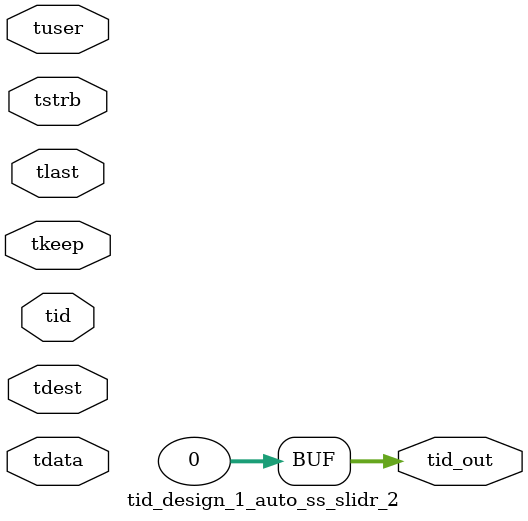
<source format=v>


`timescale 1ps/1ps

module tid_design_1_auto_ss_slidr_2 #
(
parameter C_S_AXIS_TID_WIDTH   = 1,
parameter C_S_AXIS_TUSER_WIDTH = 0,
parameter C_S_AXIS_TDATA_WIDTH = 0,
parameter C_S_AXIS_TDEST_WIDTH = 0,
parameter C_M_AXIS_TID_WIDTH   = 32
)
(
input  [(C_S_AXIS_TID_WIDTH   == 0 ? 1 : C_S_AXIS_TID_WIDTH)-1:0       ] tid,
input  [(C_S_AXIS_TDATA_WIDTH == 0 ? 1 : C_S_AXIS_TDATA_WIDTH)-1:0     ] tdata,
input  [(C_S_AXIS_TUSER_WIDTH == 0 ? 1 : C_S_AXIS_TUSER_WIDTH)-1:0     ] tuser,
input  [(C_S_AXIS_TDEST_WIDTH == 0 ? 1 : C_S_AXIS_TDEST_WIDTH)-1:0     ] tdest,
input  [(C_S_AXIS_TDATA_WIDTH/8)-1:0 ] tkeep,
input  [(C_S_AXIS_TDATA_WIDTH/8)-1:0 ] tstrb,
input                                                                    tlast,
output [(C_M_AXIS_TID_WIDTH   == 0 ? 1 : C_M_AXIS_TID_WIDTH)-1:0       ] tid_out
);

assign tid_out = {1'b0};

endmodule


</source>
